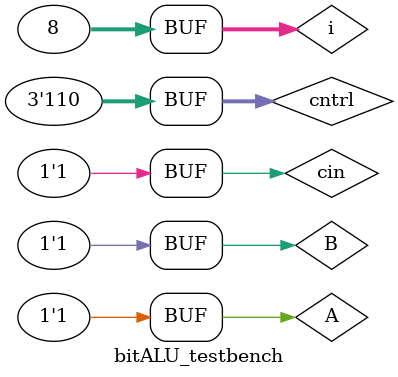
<source format=sv>


`timescale 1ps/1ps

module bitALU (result, carry_out, A, B, cin, cntrl);
  output logic result, carry_out;
  input logic A, B, cin;
  input logic [2:0] cntrl;

  logic [7:0] resultMIn;

  assign resultMIn[0] = B;
  assign resultMIn[1] = 64'b0;
  assign resultMIn[3] = resultMIn[2];
  assign resultMIn[7] = 64'b0;

  fullAdderSel faSel1 (.result(resultMIn[2]), .carry_out, .cin, .A, .B, .sel(cntrl[0]));
  and #50 AND (resultMIn[4], A, B);
  or #50 OR (resultMIn[5], A, B);
  xor #50 XOR (resultMIn[6], A, B);

  mux8_1 mux (.out(result), .d(resultMIn), .sel(cntrl));
endmodule

module bitALU_testbench ();
  logic result, carry_out;
  logic A, B, cin;
  logic [2:0] cntrl;

  bitALU dut (.result, .carry_out, .A, .B, .cin, .cntrl);

  integer i;
  initial begin
    cntrl = 3'b000;
    for (i = 0; i < 8; i++) begin
      {A, B, cin} = i; #1000;
    end
    cntrl = 3'b010;
    for (i = 0; i < 8; i++) begin
      {A, B, cin} = i; #1000;
    end
    cntrl = 3'b011;
    for (i = 0; i < 8; i++) begin
      {A, B, cin} = i; #1000;
    end
    cntrl = 3'b100;
    for (i = 0; i < 8; i++) begin
      {A, B, cin} = i; #1000;
    end
    cntrl = 3'b101;
    for (i = 0; i < 8; i++) begin
      {A, B, cin} = i; #1000;
    end
    cntrl = 3'b110;
    for (i = 0; i < 8; i++) begin
      {A, B, cin} = i; #1000;
    end
  end
endmodule

</source>
